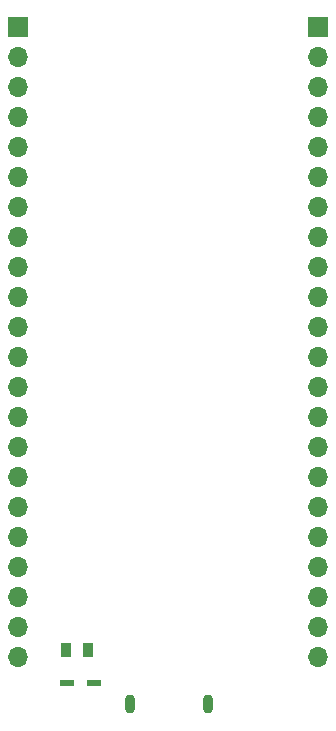
<source format=gbr>
%TF.GenerationSoftware,KiCad,Pcbnew,8.0.8*%
%TF.CreationDate,2025-02-25T12:41:36-05:00*%
%TF.ProjectId,pcb1,70636231-2e6b-4696-9361-645f70636258,rev?*%
%TF.SameCoordinates,Original*%
%TF.FileFunction,Soldermask,Bot*%
%TF.FilePolarity,Negative*%
%FSLAX46Y46*%
G04 Gerber Fmt 4.6, Leading zero omitted, Abs format (unit mm)*
G04 Created by KiCad (PCBNEW 8.0.8) date 2025-02-25 12:41:36*
%MOMM*%
%LPD*%
G01*
G04 APERTURE LIST*
%ADD10O,0.900000X1.600000*%
%ADD11R,1.168400X0.482600*%
%ADD12R,1.700000X1.700000*%
%ADD13O,1.700000X1.700000*%
%ADD14R,0.863600X1.244600*%
G04 APERTURE END LIST*
D10*
%TO.C,J1*%
X111060000Y-97930000D03*
X117660000Y-97930000D03*
%TD*%
D11*
%TO.C,D1*%
X108000800Y-96164400D03*
X105765600Y-96164400D03*
%TD*%
D12*
%TO.C,J3*%
X127000000Y-40640000D03*
D13*
X127000000Y-43180000D03*
X127000000Y-45720000D03*
X127000000Y-48260000D03*
X127000000Y-50800000D03*
X127000000Y-53340000D03*
X127000000Y-55880000D03*
X127000000Y-58420000D03*
X127000000Y-60960000D03*
X127000000Y-63500000D03*
X127000000Y-66040000D03*
X127000000Y-68580000D03*
X127000000Y-71120000D03*
X127000000Y-73660000D03*
X127000000Y-76200000D03*
X127000000Y-78740000D03*
X127000000Y-81280000D03*
X127000000Y-83820000D03*
X127000000Y-86360000D03*
X127000000Y-88900000D03*
X127000000Y-91440000D03*
X127000000Y-93980000D03*
%TD*%
D12*
%TO.C,J2*%
X101600000Y-40640000D03*
D13*
X101600000Y-43180000D03*
X101600000Y-45720000D03*
X101600000Y-48260000D03*
X101600000Y-50800000D03*
X101600000Y-53340000D03*
X101600000Y-55880000D03*
X101600000Y-58420000D03*
X101600000Y-60960000D03*
X101600000Y-63500000D03*
X101600000Y-66040000D03*
X101600000Y-68580000D03*
X101600000Y-71120000D03*
X101600000Y-73660000D03*
X101600000Y-76200000D03*
X101600000Y-78740000D03*
X101600000Y-81280000D03*
X101600000Y-83820000D03*
X101600000Y-86360000D03*
X101600000Y-88900000D03*
X101600000Y-91440000D03*
X101600000Y-93980000D03*
%TD*%
D14*
%TO.C,C11*%
X107556300Y-93319600D03*
X105702100Y-93319600D03*
%TD*%
M02*

</source>
